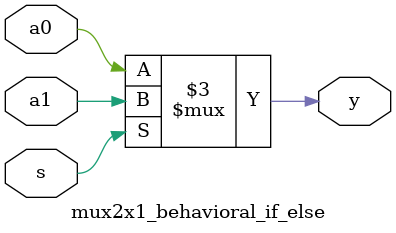
<source format=v>
/************************************************
  The Verilog HDL code example is from the book
  Computer Principles and Design in Verilog HDL
  by Yamin Li, published by A JOHN WILEY & SONS
************************************************/
module mux2x1_behavioral_if_else (a0,a1,s,y);        // multiplexer, if else
    input  s, a0, a1;                                // inputs
    output y;                                        // output
    reg    y;                                        // y cannot be a wire
    always @ (s or a0 or a1) begin                   // always block
        if (s) begin                                 // if (s == 1)
            y = a1;                                  //     y = a1;
        end else begin                               // if (s == 0)
            y = a0;                                  //     y = a0;
        end
    end
endmodule

</source>
